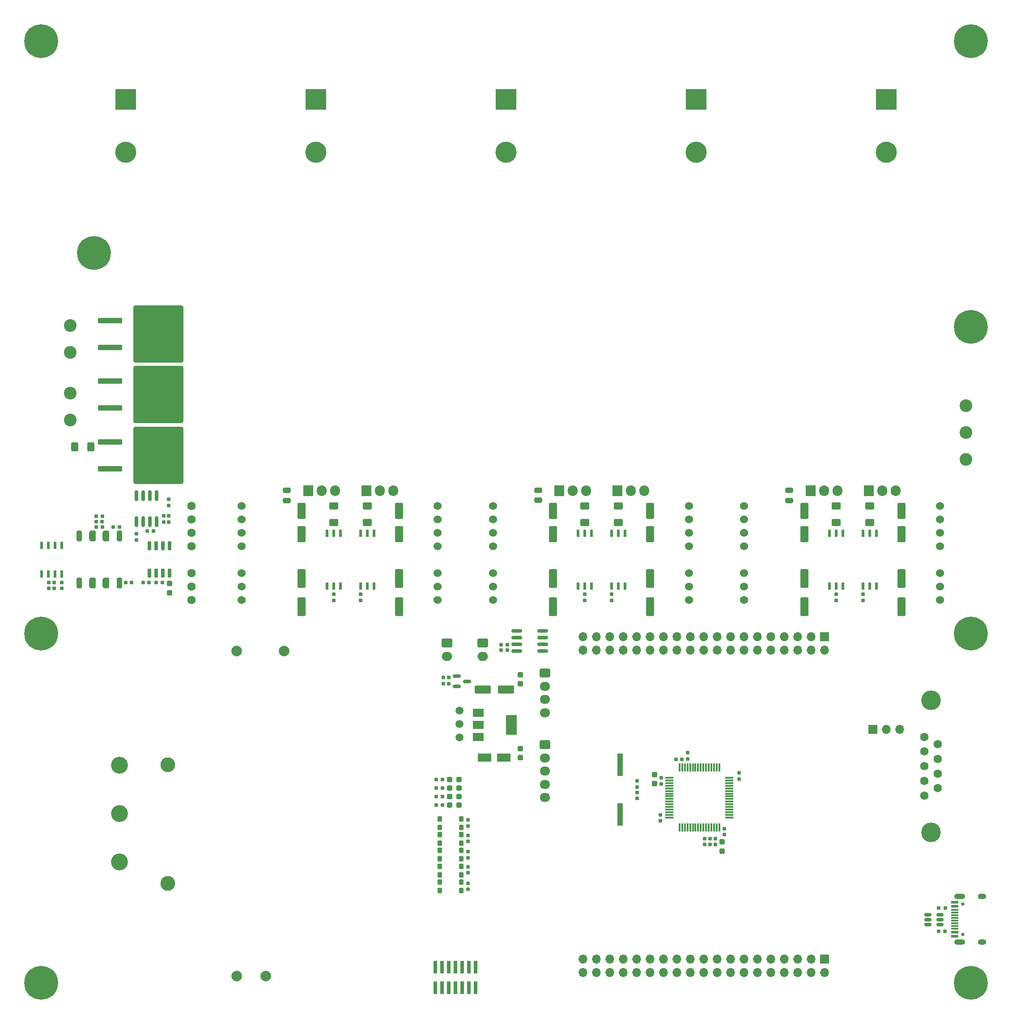
<source format=gbr>
%TF.GenerationSoftware,KiCad,Pcbnew,7.0.5-7.0.5~ubuntu22.04.1*%
%TF.CreationDate,2023-07-11T09:47:34+02:00*%
%TF.ProjectId,Inverter_KiCAD,496e7665-7274-4657-925f-4b694341442e,rev?*%
%TF.SameCoordinates,Original*%
%TF.FileFunction,Soldermask,Top*%
%TF.FilePolarity,Negative*%
%FSLAX46Y46*%
G04 Gerber Fmt 4.6, Leading zero omitted, Abs format (unit mm)*
G04 Created by KiCad (PCBNEW 7.0.5-7.0.5~ubuntu22.04.1) date 2023-07-11 09:47:34*
%MOMM*%
%LPD*%
G01*
G04 APERTURE LIST*
G04 Aperture macros list*
%AMRoundRect*
0 Rectangle with rounded corners*
0 $1 Rounding radius*
0 $2 $3 $4 $5 $6 $7 $8 $9 X,Y pos of 4 corners*
0 Add a 4 corners polygon primitive as box body*
4,1,4,$2,$3,$4,$5,$6,$7,$8,$9,$2,$3,0*
0 Add four circle primitives for the rounded corners*
1,1,$1+$1,$2,$3*
1,1,$1+$1,$4,$5*
1,1,$1+$1,$6,$7*
1,1,$1+$1,$8,$9*
0 Add four rect primitives between the rounded corners*
20,1,$1+$1,$2,$3,$4,$5,0*
20,1,$1+$1,$4,$5,$6,$7,0*
20,1,$1+$1,$6,$7,$8,$9,0*
20,1,$1+$1,$8,$9,$2,$3,0*%
G04 Aperture macros list end*
%ADD10RoundRect,0.237500X-0.287500X-0.237500X0.287500X-0.237500X0.287500X0.237500X-0.287500X0.237500X0*%
%ADD11RoundRect,0.155000X-0.212500X-0.155000X0.212500X-0.155000X0.212500X0.155000X-0.212500X0.155000X0*%
%ADD12RoundRect,0.250000X0.550000X-1.250000X0.550000X1.250000X-0.550000X1.250000X-0.550000X-1.250000X0*%
%ADD13RoundRect,0.250000X0.625000X-0.400000X0.625000X0.400000X-0.625000X0.400000X-0.625000X-0.400000X0*%
%ADD14C,1.524000*%
%ADD15R,4.000000X4.000000*%
%ADD16C,4.000000*%
%ADD17RoundRect,0.155000X0.212500X0.155000X-0.212500X0.155000X-0.212500X-0.155000X0.212500X-0.155000X0*%
%ADD18C,1.600000*%
%ADD19R,1.905000X2.000000*%
%ADD20O,1.905000X2.000000*%
%ADD21C,2.400000*%
%ADD22RoundRect,0.160000X-0.160000X0.197500X-0.160000X-0.197500X0.160000X-0.197500X0.160000X0.197500X0*%
%ADD23RoundRect,0.250000X-0.475000X0.250000X-0.475000X-0.250000X0.475000X-0.250000X0.475000X0.250000X0*%
%ADD24RoundRect,0.250000X-2.050000X-0.300000X2.050000X-0.300000X2.050000X0.300000X-2.050000X0.300000X0*%
%ADD25RoundRect,0.250002X-4.449998X-5.149998X4.449998X-5.149998X4.449998X5.149998X-4.449998X5.149998X0*%
%ADD26C,0.800000*%
%ADD27C,6.400000*%
%ADD28RoundRect,0.155000X-0.155000X0.212500X-0.155000X-0.212500X0.155000X-0.212500X0.155000X0.212500X0*%
%ADD29C,0.650000*%
%ADD30R,1.450000X0.600000*%
%ADD31R,1.450000X0.300000*%
%ADD32O,2.100000X1.000000*%
%ADD33O,1.600000X1.000000*%
%ADD34RoundRect,0.250000X-0.725000X0.600000X-0.725000X-0.600000X0.725000X-0.600000X0.725000X0.600000X0*%
%ADD35O,1.950000X1.700000*%
%ADD36RoundRect,0.160000X0.197500X0.160000X-0.197500X0.160000X-0.197500X-0.160000X0.197500X-0.160000X0*%
%ADD37RoundRect,0.150000X-0.512500X-0.150000X0.512500X-0.150000X0.512500X0.150000X-0.512500X0.150000X0*%
%ADD38R,0.508000X1.460500*%
%ADD39RoundRect,0.254000X0.254000X0.746000X-0.254000X0.746000X-0.254000X-0.746000X0.254000X-0.746000X0*%
%ADD40RoundRect,0.317500X0.317500X0.682500X-0.317500X0.682500X-0.317500X-0.682500X0.317500X-0.682500X0*%
%ADD41RoundRect,0.265000X0.265000X0.735000X-0.265000X0.735000X-0.265000X-0.735000X0.265000X-0.735000X0*%
%ADD42R,1.700000X1.700000*%
%ADD43O,1.700000X1.700000*%
%ADD44C,2.006600*%
%ADD45RoundRect,0.225000X-0.225000X-0.275000X0.225000X-0.275000X0.225000X0.275000X-0.225000X0.275000X0*%
%ADD46RoundRect,0.150000X0.150000X-0.825000X0.150000X0.825000X-0.150000X0.825000X-0.150000X-0.825000X0*%
%ADD47C,1.600200*%
%ADD48C,3.708400*%
%ADD49RoundRect,0.237500X0.237500X-0.287500X0.237500X0.287500X-0.237500X0.287500X-0.237500X-0.287500X0*%
%ADD50RoundRect,0.160000X0.160000X-0.197500X0.160000X0.197500X-0.160000X0.197500X-0.160000X-0.197500X0*%
%ADD51RoundRect,0.075000X-0.700000X-0.075000X0.700000X-0.075000X0.700000X0.075000X-0.700000X0.075000X0*%
%ADD52RoundRect,0.075000X-0.075000X-0.700000X0.075000X-0.700000X0.075000X0.700000X-0.075000X0.700000X0*%
%ADD53C,1.498600*%
%ADD54RoundRect,0.250000X-0.550000X1.500000X-0.550000X-1.500000X0.550000X-1.500000X0.550000X1.500000X0*%
%ADD55RoundRect,0.250000X-0.750000X0.600000X-0.750000X-0.600000X0.750000X-0.600000X0.750000X0.600000X0*%
%ADD56O,2.000000X1.700000*%
%ADD57RoundRect,0.150000X-0.587500X-0.150000X0.587500X-0.150000X0.587500X0.150000X-0.587500X0.150000X0*%
%ADD58RoundRect,0.160000X-0.197500X-0.160000X0.197500X-0.160000X0.197500X0.160000X-0.197500X0.160000X0*%
%ADD59C,2.800000*%
%ADD60C,3.200000*%
%ADD61RoundRect,0.250000X1.250000X0.550000X-1.250000X0.550000X-1.250000X-0.550000X1.250000X-0.550000X0*%
%ADD62R,0.508000X1.346200*%
%ADD63RoundRect,0.237500X-0.237500X0.300000X-0.237500X-0.300000X0.237500X-0.300000X0.237500X0.300000X0*%
%ADD64RoundRect,0.155000X0.155000X-0.212500X0.155000X0.212500X-0.155000X0.212500X-0.155000X-0.212500X0*%
%ADD65R,1.016000X4.318000*%
%ADD66R,0.740000X2.400000*%
%ADD67RoundRect,0.250000X-1.050000X-0.550000X1.050000X-0.550000X1.050000X0.550000X-1.050000X0.550000X0*%
%ADD68RoundRect,0.237500X0.237500X-0.300000X0.237500X0.300000X-0.237500X0.300000X-0.237500X-0.300000X0*%
%ADD69RoundRect,0.250000X-0.400000X-0.625000X0.400000X-0.625000X0.400000X0.625000X-0.400000X0.625000X0*%
%ADD70RoundRect,0.150000X0.825000X0.150000X-0.825000X0.150000X-0.825000X-0.150000X0.825000X-0.150000X0*%
%ADD71R,2.000000X1.500000*%
%ADD72R,2.000000X3.800000*%
%ADD73RoundRect,0.150000X0.150000X-0.725000X0.150000X0.725000X-0.150000X0.725000X-0.150000X-0.725000X0*%
G04 APERTURE END LIST*
D10*
%TO.C,D802*%
X114325000Y-159200000D03*
X116075000Y-159200000D03*
%TD*%
D11*
%TO.C,C812*%
X157150000Y-153775000D03*
X158285000Y-153775000D03*
%TD*%
D12*
%TO.C,C203*%
X86340000Y-111200000D03*
X86340000Y-106800000D03*
%TD*%
D13*
%TO.C,R404*%
X193835000Y-108990000D03*
X193835000Y-105890000D03*
%TD*%
D14*
%TO.C,U301*%
X122500000Y-123592500D03*
X122500000Y-121052500D03*
X122500000Y-118512500D03*
X122500000Y-113432500D03*
X122500000Y-110892500D03*
X122500000Y-108352500D03*
X122500000Y-105812500D03*
%TD*%
D15*
%TO.C,C1004*%
X89000000Y-29000000D03*
D16*
X89000000Y-39000000D03*
%TD*%
D17*
%TO.C,C901*%
X57467500Y-120300000D03*
X56332500Y-120300000D03*
%TD*%
D18*
%TO.C,U701*%
X65500000Y-123592500D03*
X65500000Y-121052500D03*
X65500000Y-118512500D03*
X65500000Y-113432500D03*
X65500000Y-110892500D03*
X65500000Y-108352500D03*
X65500000Y-105812500D03*
%TD*%
D19*
%TO.C,Q202*%
X87540000Y-102940000D03*
D20*
X90080000Y-102940000D03*
X92620000Y-102940000D03*
%TD*%
D21*
%TO.C,J104*%
X212000000Y-86920000D03*
X212000000Y-92000000D03*
X212000000Y-97080000D03*
%TD*%
D22*
%TO.C,R302*%
X145005000Y-122542500D03*
X145005000Y-123737500D03*
%TD*%
D10*
%TO.C,D801*%
X114325000Y-157600000D03*
X116075000Y-157600000D03*
%TD*%
D19*
%TO.C,Q403*%
X193660000Y-102940000D03*
D20*
X196200000Y-102940000D03*
X198740000Y-102940000D03*
%TD*%
D12*
%TO.C,C204*%
X104740000Y-111200000D03*
X104740000Y-106800000D03*
%TD*%
D13*
%TO.C,R204*%
X98715000Y-108990000D03*
X98715000Y-105890000D03*
%TD*%
D23*
%TO.C,C306*%
X131125000Y-102875000D03*
X131125000Y-104775000D03*
%TD*%
D12*
%TO.C,C404*%
X199860000Y-111200000D03*
X199860000Y-106800000D03*
%TD*%
D24*
%TO.C,D902*%
X50050000Y-75840000D03*
D25*
X59200000Y-73300000D03*
D24*
X50050000Y-70760000D03*
%TD*%
D26*
%TO.C,H103*%
X215400000Y-196000000D03*
X214697056Y-197697056D03*
X214697056Y-194302944D03*
X213000000Y-198400000D03*
D27*
X213000000Y-196000000D03*
D26*
X213000000Y-193600000D03*
X211302944Y-197697056D03*
X211302944Y-194302944D03*
X210600000Y-196000000D03*
%TD*%
D28*
%TO.C,C808*%
X166275000Y-166857500D03*
X166275000Y-167992500D03*
%TD*%
D26*
%TO.C,H108*%
X44600000Y-58000000D03*
X45302944Y-56302944D03*
X45302944Y-59697056D03*
X47000000Y-55600000D03*
D27*
X47000000Y-58000000D03*
D26*
X47000000Y-60400000D03*
X48697056Y-56302944D03*
X48697056Y-59697056D03*
X49400000Y-58000000D03*
%TD*%
%TO.C,H107*%
X210600000Y-72000000D03*
X211302944Y-70302944D03*
X211302944Y-73697056D03*
X213000000Y-69600000D03*
D27*
X213000000Y-72000000D03*
D26*
X213000000Y-74400000D03*
X214697056Y-70302944D03*
X214697056Y-73697056D03*
X215400000Y-72000000D03*
%TD*%
D29*
%TO.C,J801*%
X211400000Y-186890000D03*
X211400000Y-181110000D03*
D30*
X209955000Y-187250000D03*
X209955000Y-186450000D03*
D31*
X209955000Y-185250000D03*
X209955000Y-184250000D03*
X209955000Y-183750000D03*
X209955000Y-182750000D03*
D30*
X209955000Y-181550000D03*
X209955000Y-180750000D03*
X209955000Y-180750000D03*
X209955000Y-181550000D03*
D31*
X209955000Y-182250000D03*
X209955000Y-183250000D03*
X209955000Y-184750000D03*
X209955000Y-185750000D03*
D30*
X209955000Y-186450000D03*
X209955000Y-187250000D03*
D32*
X210870000Y-188320000D03*
D33*
X215050000Y-188320000D03*
D32*
X210870000Y-179680000D03*
D33*
X215050000Y-179680000D03*
%TD*%
D12*
%TO.C,C304*%
X152300000Y-111200000D03*
X152300000Y-106800000D03*
%TD*%
D34*
%TO.C,J802*%
X132400000Y-151000000D03*
D35*
X132400000Y-153500000D03*
X132400000Y-156000000D03*
X132400000Y-158500000D03*
X132400000Y-161000000D03*
%TD*%
D19*
%TO.C,Q303*%
X146100000Y-102940000D03*
D20*
X148640000Y-102940000D03*
X151180000Y-102940000D03*
%TD*%
D15*
%TO.C,C1003*%
X125000000Y-29000000D03*
D16*
X125000000Y-39000000D03*
%TD*%
D28*
%TO.C,C902*%
X55100000Y-111132500D03*
X55100000Y-112267500D03*
%TD*%
D36*
%TO.C,R805*%
X112997500Y-159200000D03*
X111802500Y-159200000D03*
%TD*%
D28*
%TO.C,C602*%
X39500000Y-120332500D03*
X39500000Y-121467500D03*
%TD*%
D22*
%TO.C,R201*%
X92365000Y-122542500D03*
X92365000Y-123737500D03*
%TD*%
D37*
%TO.C,U802*%
X207137500Y-183150000D03*
X207137500Y-184100000D03*
X207137500Y-185050000D03*
X204862500Y-185050000D03*
X204862500Y-184100000D03*
X204862500Y-183150000D03*
%TD*%
D38*
%TO.C,U601*%
X40905000Y-113275850D03*
X39635000Y-113275850D03*
X38365000Y-113275850D03*
X37095000Y-113275850D03*
X37095000Y-118724150D03*
X38365000Y-118724150D03*
X39635000Y-118724150D03*
X40905000Y-118724150D03*
%TD*%
D39*
%TO.C,U602*%
X51810000Y-111550000D03*
D40*
X49270000Y-111550000D03*
X46730000Y-111550000D03*
D39*
X44190000Y-111550000D03*
X44190000Y-120450000D03*
D40*
X46730000Y-120450000D03*
X49270000Y-120450000D03*
D41*
X51810000Y-120450000D03*
%TD*%
D42*
%TO.C,J101*%
X185260000Y-130570000D03*
D43*
X185260000Y-133110000D03*
X182720000Y-130570000D03*
X182720000Y-133110000D03*
X180180000Y-130570000D03*
X180180000Y-133110000D03*
X177640000Y-130570000D03*
X177640000Y-133110000D03*
X175100000Y-130570000D03*
X175100000Y-133110000D03*
X172560000Y-130570000D03*
X172560000Y-133110000D03*
X170020000Y-130570000D03*
X170020000Y-133110000D03*
X167480000Y-130570000D03*
X167480000Y-133110000D03*
X164940000Y-130570000D03*
X164940000Y-133110000D03*
X162400000Y-130570000D03*
X162400000Y-133110000D03*
X159860000Y-130570000D03*
X159860000Y-133110000D03*
X157320000Y-130570000D03*
X157320000Y-133110000D03*
X154780000Y-130570000D03*
X154780000Y-133110000D03*
X152240000Y-130570000D03*
X152240000Y-133110000D03*
X149700000Y-130570000D03*
X149700000Y-133110000D03*
X147160000Y-130570000D03*
X147160000Y-133110000D03*
X144620000Y-130570000D03*
X144620000Y-133110000D03*
X142080000Y-130570000D03*
X142080000Y-133110000D03*
X139540000Y-130570000D03*
X139540000Y-133110000D03*
%TD*%
D11*
%TO.C,C606*%
X53032500Y-120300000D03*
X54167500Y-120300000D03*
%TD*%
D26*
%TO.C,H102*%
X34600000Y-130000000D03*
X35302944Y-128302944D03*
X35302944Y-131697056D03*
X37000000Y-127600000D03*
D27*
X37000000Y-130000000D03*
D26*
X37000000Y-132400000D03*
X38697056Y-128302944D03*
X38697056Y-131697056D03*
X39400000Y-130000000D03*
%TD*%
D10*
%TO.C,D804*%
X114325000Y-162400000D03*
X116075000Y-162400000D03*
%TD*%
D44*
%TO.C,U501*%
X74000000Y-194750000D03*
X79499999Y-194750000D03*
X83000000Y-133249996D03*
X74000000Y-133249996D03*
%TD*%
D19*
%TO.C,Q203*%
X98540000Y-102940000D03*
D20*
X101080000Y-102940000D03*
X103620000Y-102940000D03*
%TD*%
D19*
%TO.C,Q402*%
X182660000Y-102940000D03*
D20*
X185200000Y-102940000D03*
X187740000Y-102940000D03*
%TD*%
D36*
%TO.C,R1201*%
X125272500Y-133105000D03*
X124077500Y-133105000D03*
%TD*%
D26*
%TO.C,H104*%
X210600000Y-130000000D03*
X211302944Y-128302944D03*
X211302944Y-131697056D03*
X213000000Y-127600000D03*
D27*
X213000000Y-130000000D03*
D26*
X213000000Y-132400000D03*
X214697056Y-128302944D03*
X214697056Y-131697056D03*
X215400000Y-130000000D03*
%TD*%
D28*
%TO.C,C903*%
X60200000Y-107732500D03*
X60200000Y-108867500D03*
%TD*%
D42*
%TO.C,J1302*%
X194400000Y-148100000D03*
D43*
X196940000Y-148100000D03*
X199480000Y-148100000D03*
%TD*%
D21*
%TO.C,J102*%
X42525000Y-76825000D03*
X42525000Y-71745000D03*
%TD*%
D28*
%TO.C,C816*%
X117775000Y-168132500D03*
X117775000Y-169267500D03*
%TD*%
D13*
%TO.C,R303*%
X139925000Y-108990000D03*
X139925000Y-105890000D03*
%TD*%
D45*
%TO.C,SW803*%
X112425000Y-168000000D03*
X116525000Y-168000000D03*
X112425000Y-169600000D03*
X116525000Y-169600000D03*
%TD*%
D36*
%TO.C,R602*%
X48597500Y-109800000D03*
X47402500Y-109800000D03*
%TD*%
D17*
%TO.C,C605*%
X51820000Y-109800000D03*
X50685000Y-109800000D03*
%TD*%
D13*
%TO.C,R304*%
X146275000Y-108990000D03*
X146275000Y-105890000D03*
%TD*%
D46*
%TO.C,U902*%
X55100000Y-108850000D03*
X56370000Y-108850000D03*
X57640000Y-108850000D03*
X58910000Y-108850000D03*
X58910000Y-103900000D03*
X57640000Y-103900000D03*
X56370000Y-103900000D03*
X55100000Y-103900000D03*
%TD*%
D28*
%TO.C,C817*%
X117775000Y-171232500D03*
X117775000Y-172367500D03*
%TD*%
D47*
%TO.C,J1301*%
X204160000Y-149515000D03*
X204160000Y-152285000D03*
X204160000Y-155054999D03*
X204160000Y-157824999D03*
X204160000Y-160594998D03*
X206700000Y-150900000D03*
X206700000Y-153670000D03*
X206700000Y-156439999D03*
X206700000Y-159209999D03*
D48*
X205430000Y-167549998D03*
X205430000Y-142560000D03*
%TD*%
D28*
%TO.C,C603*%
X38500000Y-120332500D03*
X38500000Y-121467500D03*
%TD*%
D12*
%TO.C,C403*%
X181460000Y-111200000D03*
X181460000Y-106800000D03*
%TD*%
D22*
%TO.C,R401*%
X187485000Y-122542500D03*
X187485000Y-123737500D03*
%TD*%
D49*
%TO.C,D901*%
X61300000Y-122275000D03*
X61300000Y-120525000D03*
%TD*%
D13*
%TO.C,R203*%
X92365000Y-108990000D03*
X92365000Y-105890000D03*
%TD*%
D49*
%TO.C,L801*%
X165900000Y-171100000D03*
X165900000Y-169350000D03*
%TD*%
D15*
%TO.C,C1002*%
X161000000Y-29000000D03*
D16*
X161000000Y-39000000D03*
%TD*%
D50*
%TO.C,R801*%
X159350000Y-153700000D03*
X159350000Y-152505000D03*
%TD*%
D51*
%TO.C,U801*%
X155925000Y-157250000D03*
X155925000Y-157750000D03*
X155925000Y-158250000D03*
X155925000Y-158750000D03*
X155925000Y-159250000D03*
X155925000Y-159750000D03*
X155925000Y-160250000D03*
X155925000Y-160750000D03*
X155925000Y-161250000D03*
X155925000Y-161750000D03*
X155925000Y-162250000D03*
X155925000Y-162750000D03*
X155925000Y-163250000D03*
X155925000Y-163750000D03*
X155925000Y-164250000D03*
X155925000Y-164750000D03*
D52*
X157850000Y-166675000D03*
X158350000Y-166675000D03*
X158850000Y-166675000D03*
X159350000Y-166675000D03*
X159850000Y-166675000D03*
X160350000Y-166675000D03*
X160850000Y-166675000D03*
X161350000Y-166675000D03*
X161850000Y-166675000D03*
X162350000Y-166675000D03*
X162850000Y-166675000D03*
X163350000Y-166675000D03*
X163850000Y-166675000D03*
X164350000Y-166675000D03*
X164850000Y-166675000D03*
X165350000Y-166675000D03*
D51*
X167275000Y-164750000D03*
X167275000Y-164250000D03*
X167275000Y-163750000D03*
X167275000Y-163250000D03*
X167275000Y-162750000D03*
X167275000Y-162250000D03*
X167275000Y-161750000D03*
X167275000Y-161250000D03*
X167275000Y-160750000D03*
X167275000Y-160250000D03*
X167275000Y-159750000D03*
X167275000Y-159250000D03*
X167275000Y-158750000D03*
X167275000Y-158250000D03*
X167275000Y-157750000D03*
X167275000Y-157250000D03*
D52*
X165350000Y-155325000D03*
X164850000Y-155325000D03*
X164350000Y-155325000D03*
X163850000Y-155325000D03*
X163350000Y-155325000D03*
X162850000Y-155325000D03*
X162350000Y-155325000D03*
X161850000Y-155325000D03*
X161350000Y-155325000D03*
X160850000Y-155325000D03*
X160350000Y-155325000D03*
X159850000Y-155325000D03*
X159350000Y-155325000D03*
X158850000Y-155325000D03*
X158350000Y-155325000D03*
X157850000Y-155325000D03*
%TD*%
D22*
%TO.C,R701*%
X61200000Y-104602500D03*
X61200000Y-105797500D03*
%TD*%
D53*
%TO.C,U502*%
X116154000Y-144560000D03*
X116154000Y-147100000D03*
X116154000Y-149640000D03*
%TD*%
D28*
%TO.C,C809*%
X154350000Y-157257500D03*
X154350000Y-158392500D03*
%TD*%
D10*
%TO.C,D803*%
X114325000Y-160800000D03*
X116075000Y-160800000D03*
%TD*%
D54*
%TO.C,C302*%
X152300000Y-119540000D03*
X152300000Y-124940000D03*
%TD*%
D55*
%TO.C,J1102*%
X113800000Y-131800000D03*
D56*
X113800000Y-134300000D03*
%TD*%
D57*
%TO.C,Q1101*%
X115725000Y-138050000D03*
X115725000Y-139950000D03*
X117600000Y-139000000D03*
%TD*%
D58*
%TO.C,R601*%
X47402500Y-107800000D03*
X48597500Y-107800000D03*
%TD*%
D45*
%TO.C,SW802*%
X112425000Y-165000000D03*
X116525000Y-165000000D03*
X112425000Y-166600000D03*
X116525000Y-166600000D03*
%TD*%
D28*
%TO.C,C815*%
X117775000Y-165232500D03*
X117775000Y-166367500D03*
%TD*%
D22*
%TO.C,R1102*%
X114162500Y-138302500D03*
X114162500Y-139497500D03*
%TD*%
D34*
%TO.C,J804*%
X132400000Y-137462500D03*
D35*
X132400000Y-139962500D03*
X132400000Y-142462500D03*
X132400000Y-144962500D03*
%TD*%
D59*
%TO.C,F501*%
X61000000Y-177250000D03*
X61000000Y-154750000D03*
%TD*%
D60*
%TO.C,J501*%
X51825000Y-173140000D03*
X51825000Y-164000000D03*
X51825000Y-154860000D03*
%TD*%
D17*
%TO.C,C604*%
X48567500Y-108800000D03*
X47432500Y-108800000D03*
%TD*%
D54*
%TO.C,C201*%
X86340000Y-119540000D03*
X86340000Y-124940000D03*
%TD*%
D24*
%TO.C,D903*%
X50050000Y-87340000D03*
D25*
X59200000Y-84800000D03*
D24*
X50050000Y-82260000D03*
%TD*%
D61*
%TO.C,C502*%
X125004000Y-140560000D03*
X120604000Y-140560000D03*
%TD*%
D62*
%TO.C,Q301*%
X138655000Y-120991100D03*
X139925000Y-120991100D03*
X141195000Y-120991100D03*
X145005000Y-120991100D03*
X146275000Y-120991100D03*
X147545000Y-120991100D03*
X147545000Y-111008900D03*
X146275000Y-111008900D03*
X145005000Y-111008900D03*
X141195000Y-111008900D03*
X139925000Y-111008900D03*
X138655000Y-111008900D03*
%TD*%
D63*
%TO.C,C813*%
X127700000Y-137737500D03*
X127700000Y-139462500D03*
%TD*%
D64*
%TO.C,C811*%
X154200000Y-165392500D03*
X154200000Y-164257500D03*
%TD*%
D65*
%TO.C,Y801*%
X146600000Y-164199000D03*
X146600000Y-154801000D03*
%TD*%
D62*
%TO.C,Q401*%
X186215000Y-120991100D03*
X187485000Y-120991100D03*
X188755000Y-120991100D03*
X192565000Y-120991100D03*
X193835000Y-120991100D03*
X195105000Y-120991100D03*
X195105000Y-111008900D03*
X193835000Y-111008900D03*
X192565000Y-111008900D03*
X188755000Y-111008900D03*
X187485000Y-111008900D03*
X186215000Y-111008900D03*
%TD*%
D36*
%TO.C,R804*%
X112997500Y-157600000D03*
X111802500Y-157600000D03*
%TD*%
D19*
%TO.C,Q302*%
X135100000Y-102940000D03*
D20*
X137640000Y-102940000D03*
X140180000Y-102940000D03*
%TD*%
D54*
%TO.C,C402*%
X199860000Y-119540000D03*
X199860000Y-124940000D03*
%TD*%
D66*
%TO.C,J803*%
X111650000Y-196950000D03*
X111650000Y-193050000D03*
X112920000Y-196950000D03*
X112920000Y-193050000D03*
X114190000Y-196950000D03*
X114190000Y-193050000D03*
X115460000Y-196950000D03*
X115460000Y-193050000D03*
X116730000Y-196950000D03*
X116730000Y-193050000D03*
X118000000Y-196950000D03*
X118000000Y-193050000D03*
X119270000Y-196950000D03*
X119270000Y-193050000D03*
%TD*%
D24*
%TO.C,Q901*%
X50050000Y-93760000D03*
D25*
X59200000Y-96300000D03*
D24*
X50050000Y-98840000D03*
%TD*%
D28*
%TO.C,C818*%
X117775000Y-174100000D03*
X117775000Y-175235000D03*
%TD*%
D36*
%TO.C,R802*%
X208097500Y-186300000D03*
X206902500Y-186300000D03*
%TD*%
D55*
%TO.C,J1101*%
X120600000Y-131800000D03*
D56*
X120600000Y-134300000D03*
%TD*%
D67*
%TO.C,C501*%
X120954000Y-153460000D03*
X124554000Y-153460000D03*
%TD*%
D54*
%TO.C,C301*%
X133900000Y-119540000D03*
X133900000Y-124940000D03*
%TD*%
D28*
%TO.C,C814*%
X117775000Y-177232500D03*
X117775000Y-178367500D03*
%TD*%
D45*
%TO.C,SW801*%
X112425000Y-177000000D03*
X116525000Y-177000000D03*
X112425000Y-178600000D03*
X116525000Y-178600000D03*
%TD*%
D26*
%TO.C,H101*%
X34600000Y-196000000D03*
X35302944Y-194302944D03*
X35302944Y-197697056D03*
X37000000Y-193600000D03*
D27*
X37000000Y-196000000D03*
D26*
X37000000Y-198400000D03*
X38697056Y-194302944D03*
X38697056Y-197697056D03*
X39400000Y-196000000D03*
%TD*%
D45*
%TO.C,SW804*%
X112425000Y-171000000D03*
X116525000Y-171000000D03*
X112425000Y-172600000D03*
X116525000Y-172600000D03*
%TD*%
D42*
%TO.C,J103*%
X185260000Y-191530000D03*
D43*
X185260000Y-194070000D03*
X182720000Y-191530000D03*
X182720000Y-194070000D03*
X180180000Y-191530000D03*
X180180000Y-194070000D03*
X177640000Y-191530000D03*
X177640000Y-194070000D03*
X175100000Y-191530000D03*
X175100000Y-194070000D03*
X172560000Y-191530000D03*
X172560000Y-194070000D03*
X170020000Y-191530000D03*
X170020000Y-194070000D03*
X167480000Y-191530000D03*
X167480000Y-194070000D03*
X164940000Y-191530000D03*
X164940000Y-194070000D03*
X162400000Y-191530000D03*
X162400000Y-194070000D03*
X159860000Y-191530000D03*
X159860000Y-194070000D03*
X157320000Y-191530000D03*
X157320000Y-194070000D03*
X154780000Y-191530000D03*
X154780000Y-194070000D03*
X152240000Y-191530000D03*
X152240000Y-194070000D03*
X149700000Y-191530000D03*
X149700000Y-194070000D03*
X147160000Y-191530000D03*
X147160000Y-194070000D03*
X144620000Y-191530000D03*
X144620000Y-194070000D03*
X142080000Y-191530000D03*
X142080000Y-194070000D03*
X139540000Y-191530000D03*
X139540000Y-194070000D03*
%TD*%
D14*
%TO.C,U302*%
X159600000Y-105812500D03*
X159600000Y-108352500D03*
X159600000Y-110892500D03*
X159600000Y-113432500D03*
X159600000Y-118512500D03*
X159600000Y-121052500D03*
X159600000Y-123592500D03*
%TD*%
D68*
%TO.C,C806*%
X127700000Y-153462500D03*
X127700000Y-151737500D03*
%TD*%
D22*
%TO.C,R402*%
X192565000Y-122542500D03*
X192565000Y-123737500D03*
%TD*%
D14*
%TO.C,U202*%
X112040000Y-123592500D03*
X112040000Y-121052500D03*
X112040000Y-118512500D03*
X112040000Y-113432500D03*
X112040000Y-110892500D03*
X112040000Y-108352500D03*
X112040000Y-105812500D03*
%TD*%
D15*
%TO.C,C1001*%
X197000000Y-29000000D03*
D16*
X197000000Y-39000000D03*
%TD*%
D28*
%TO.C,C904*%
X61200000Y-107732500D03*
X61200000Y-108867500D03*
%TD*%
%TO.C,C601*%
X40900000Y-120332500D03*
X40900000Y-121467500D03*
%TD*%
D69*
%TO.C,R903*%
X43350000Y-94700000D03*
X46450000Y-94700000D03*
%TD*%
D14*
%TO.C,U201*%
X74940000Y-123592500D03*
X74940000Y-121052500D03*
X74940000Y-118512500D03*
X74940000Y-113432500D03*
X74940000Y-110892500D03*
X74940000Y-108352500D03*
X74940000Y-105812500D03*
%TD*%
D36*
%TO.C,R807*%
X112997500Y-162400000D03*
X111802500Y-162400000D03*
%TD*%
D54*
%TO.C,C202*%
X104740000Y-119540000D03*
X104740000Y-124940000D03*
%TD*%
D15*
%TO.C,C1005*%
X53000000Y-29000000D03*
D16*
X53000000Y-39000000D03*
%TD*%
D14*
%TO.C,U402*%
X207160000Y-123592500D03*
X207160000Y-121052500D03*
X207160000Y-118512500D03*
X207160000Y-113432500D03*
X207160000Y-110892500D03*
X207160000Y-108352500D03*
X207160000Y-105812500D03*
%TD*%
D70*
%TO.C,U1201*%
X131975000Y-133305000D03*
X131975000Y-132035000D03*
X131975000Y-130765000D03*
X131975000Y-129495000D03*
X127025000Y-129495000D03*
X127025000Y-130765000D03*
X127025000Y-132035000D03*
X127025000Y-133305000D03*
%TD*%
D12*
%TO.C,C303*%
X133900000Y-111200000D03*
X133900000Y-106800000D03*
%TD*%
D28*
%TO.C,C805*%
X162600000Y-168732500D03*
X162600000Y-169867500D03*
%TD*%
D62*
%TO.C,Q201*%
X91095000Y-120991100D03*
X92365000Y-120991100D03*
X93635000Y-120991100D03*
X97445000Y-120991100D03*
X98715000Y-120991100D03*
X99985000Y-120991100D03*
X99985000Y-111008900D03*
X98715000Y-111008900D03*
X97445000Y-111008900D03*
X93635000Y-111008900D03*
X92365000Y-111008900D03*
X91095000Y-111008900D03*
%TD*%
D23*
%TO.C,C206*%
X83525000Y-102925000D03*
X83525000Y-104825000D03*
%TD*%
D71*
%TO.C,U503*%
X119754000Y-144960000D03*
X119754000Y-147260000D03*
D72*
X126054000Y-147260000D03*
D71*
X119754000Y-149560000D03*
%TD*%
D26*
%TO.C,H105*%
X34600000Y-18000000D03*
X35302944Y-16302944D03*
X35302944Y-19697056D03*
X37000000Y-15600000D03*
D27*
X37000000Y-18000000D03*
D26*
X37000000Y-20400000D03*
X38697056Y-16302944D03*
X38697056Y-19697056D03*
X39400000Y-18000000D03*
%TD*%
D36*
%TO.C,R806*%
X112997500Y-160800000D03*
X111802500Y-160800000D03*
%TD*%
D45*
%TO.C,SW805*%
X112425000Y-174000000D03*
X116525000Y-174000000D03*
X112425000Y-175600000D03*
X116525000Y-175600000D03*
%TD*%
D28*
%TO.C,C807*%
X164600000Y-169867500D03*
X164600000Y-168732500D03*
%TD*%
%TO.C,C802*%
X149800000Y-160032500D03*
X149800000Y-161167500D03*
%TD*%
D36*
%TO.C,R803*%
X208100000Y-181900000D03*
X206905000Y-181900000D03*
%TD*%
D14*
%TO.C,U401*%
X170060000Y-123592500D03*
X170060000Y-121052500D03*
X170060000Y-118512500D03*
X170060000Y-113432500D03*
X170060000Y-110892500D03*
X170060000Y-108352500D03*
X170060000Y-105812500D03*
%TD*%
D28*
%TO.C,C810*%
X163600000Y-168732500D03*
X163600000Y-169867500D03*
%TD*%
D22*
%TO.C,R1101*%
X113162500Y-138302500D03*
X113162500Y-139497500D03*
%TD*%
D64*
%TO.C,C801*%
X149800000Y-159000000D03*
X149800000Y-157865000D03*
%TD*%
D58*
%TO.C,R901*%
X58762500Y-120300000D03*
X59957500Y-120300000D03*
%TD*%
D28*
%TO.C,C804*%
X169075000Y-156332500D03*
X169075000Y-157467500D03*
%TD*%
D63*
%TO.C,C803*%
X153075000Y-156612500D03*
X153075000Y-158337500D03*
%TD*%
D22*
%TO.C,R301*%
X139925000Y-122542500D03*
X139925000Y-123737500D03*
%TD*%
D58*
%TO.C,R902*%
X57100000Y-110600000D03*
X58295000Y-110600000D03*
%TD*%
D23*
%TO.C,C406*%
X178625000Y-102900000D03*
X178625000Y-104800000D03*
%TD*%
D11*
%TO.C,C1201*%
X124107500Y-132105000D03*
X125242500Y-132105000D03*
%TD*%
D54*
%TO.C,C401*%
X181460000Y-119540000D03*
X181460000Y-124940000D03*
%TD*%
D22*
%TO.C,R202*%
X97445000Y-122542500D03*
X97445000Y-123737500D03*
%TD*%
D13*
%TO.C,R403*%
X187485000Y-108990000D03*
X187485000Y-105890000D03*
%TD*%
D26*
%TO.C,H106*%
X210600000Y-18000000D03*
X211302944Y-16302944D03*
X211302944Y-19697056D03*
X213000000Y-15600000D03*
D27*
X213000000Y-18000000D03*
D26*
X213000000Y-20400000D03*
X214697056Y-16302944D03*
X214697056Y-19697056D03*
X215400000Y-18000000D03*
%TD*%
D21*
%TO.C,J901*%
X42525000Y-84545000D03*
X42525000Y-89625000D03*
%TD*%
D73*
%TO.C,U901*%
X57495000Y-118575000D03*
X58765000Y-118575000D03*
X60035000Y-118575000D03*
X61305000Y-118575000D03*
X61305000Y-113425000D03*
X60035000Y-113425000D03*
X58765000Y-113425000D03*
X57495000Y-113425000D03*
%TD*%
M02*

</source>
